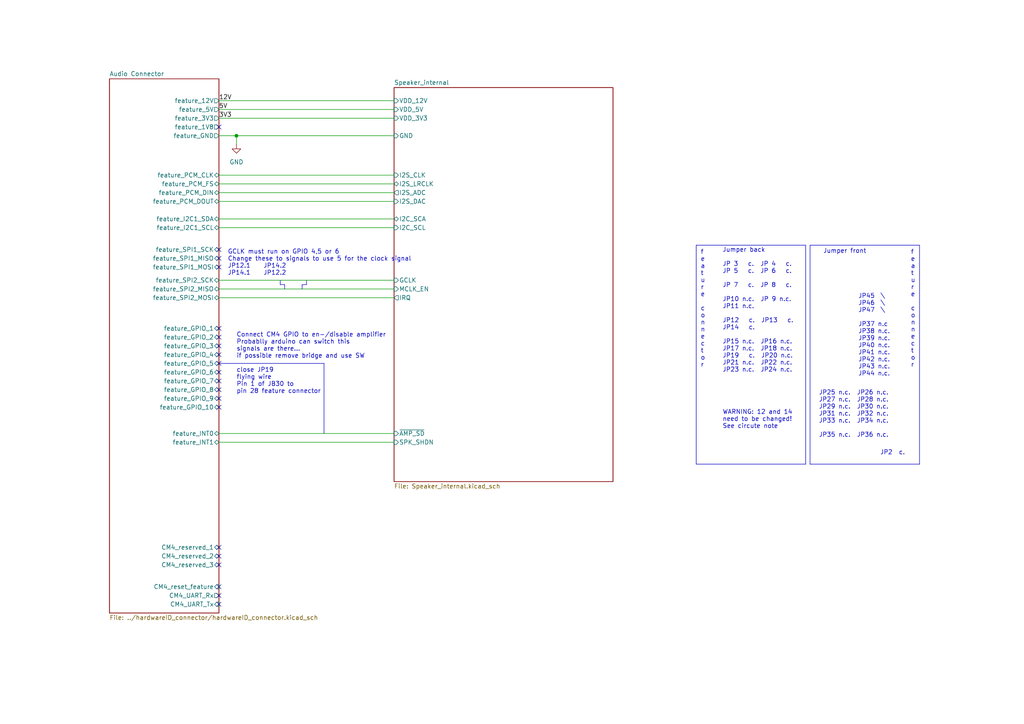
<source format=kicad_sch>
(kicad_sch (version 20230121) (generator eeschema)
  (paper "A4")
  (lib_symbols
    (symbol "power:GND" (power) (pin_names (offset 0))
      (property "Value" "GND" (at 0 -3.81 0))
      (symbol "GND_0_1"
        (polyline (pts (xy 0 0) (xy 0 -1.27) (xy 1.27 -1.27) (xy 0 -2.54) (xy -1.27 -1.27) (xy 0 -1.27)))
      )
      (symbol "GND_1_1"
        (pin power_in line (at 0 0 270) (length 0) hide (name "GND") (number "1"))
      )
    )
  )
  (junction (at 68.58 39.37))
  (no_connect (at 63.5 74.93))
  (no_connect (at 63.5 172.72))
  (no_connect (at 63.5 77.47))
  (no_connect (at 63.5 72.39))
  (no_connect (at 63.5 36.83))
  (no_connect (at 63.5 95.25))
  (no_connect (at 63.5 97.79))
  (no_connect (at 63.5 100.33))
  (no_connect (at 63.5 102.87))
  (no_connect (at 63.5 105.41))
  (no_connect (at 63.5 107.95))
  (no_connect (at 63.5 110.49))
  (no_connect (at 63.5 113.03))
  (no_connect (at 63.5 115.57))
  (no_connect (at 63.5 118.11))
  (no_connect (at 63.5 175.26))
  (no_connect (at 63.5 170.18))
  (no_connect (at 63.5 158.75))
  (no_connect (at 63.5 163.83))
  (no_connect (at 63.5 161.29))
  (wire (pts (xy 68.58 41.91) (xy 68.58 39.37)))
  (polyline (pts (xy 201.93 71.12) (xy 201.93 134.62)))
  (wire (pts (xy 63.5 128.27) (xy 114.3 128.27)))
  (polyline (pts (xy 234.95 71.12) (xy 266.7 71.12)))
  (wire (pts (xy 63.5 63.5) (xy 114.3 63.5)))
  (polyline (pts (xy 81.28 82.55) (xy 82.55 82.55)))
  (wire (pts (xy 63.5 86.36) (xy 114.3 86.36)))
  (polyline (pts (xy 93.98 105.41) (xy 93.98 125.73)))
  (wire (pts (xy 63.5 39.37) (xy 68.58 39.37)))
  (polyline (pts (xy 87.63 82.55) (xy 88.9 82.55)))
  (wire (pts (xy 63.5 55.88) (xy 114.3 55.88)))
  (polyline (pts (xy 82.55 82.55) (xy 82.55 83.82)))
  (wire (pts (xy 63.5 50.8) (xy 114.3 50.8)))
  (wire (pts (xy 63.5 66.04) (xy 114.3 66.04)))
  (wire (pts (xy 68.58 39.37) (xy 114.3 39.37)))
  (polyline (pts (xy 88.9 81.28) (xy 88.9 82.55)))
  (wire (pts (xy 63.5 125.73) (xy 114.3 125.73)))
  (polyline (pts (xy 87.63 83.82) (xy 87.63 82.55)))
  (wire (pts (xy 63.5 58.42) (xy 114.3 58.42)))
  (polyline (pts (xy 201.93 134.62) (xy 233.68 134.62)))
  (wire (pts (xy 63.5 81.28) (xy 114.3 81.28)))
  (wire (pts (xy 63.5 34.29) (xy 114.3 34.29)))
  (wire (pts (xy 63.5 83.82) (xy 114.3 83.82)))
  (polyline (pts (xy 201.93 71.12) (xy 233.68 71.12)))
  (polyline (pts (xy 81.28 81.28) (xy 81.28 82.55)))
  (wire (pts (xy 63.5 53.34) (xy 114.3 53.34)))
  (polyline (pts (xy 234.95 134.62) (xy 266.7 134.62)))
  (wire (pts (xy 63.5 31.75) (xy 114.3 31.75)))
  (polyline (pts (xy 266.7 134.62) (xy 266.7 71.12)))
  (polyline (pts (xy 234.95 71.12) (xy 234.95 134.62)))
  (polyline (pts (xy 63.5 105.41) (xy 93.98 105.41)))
  (polyline (pts (xy 233.68 134.62) (xy 233.68 71.12)))
  (wire (pts (xy 63.5 29.21) (xy 114.3 29.21)))
  (text "f\ne\na\nt\nu\nr\ne\n\nc\no\nn\nn\ne\nc\nt\no\nr" (at 264.16 106.68 0) (effects (font (size 1.27 1.27)) (justify left bottom)))
  (text "JP45  \\\nJP46  \\\nJP47  \\\n\nJP37 n.c\nJP38 n.c.\nJP39 n.c.\nJP40 n.c.\nJP41 n.c.\nJP42 n.c.\nJP43 n.c.\nJP44 n.c." (at 248.92 109.22 0) (effects (font (size 1.27 1.27)) (justify left bottom)))
  (text "Connect CM4 GPIO to en-/disable amplifier\nProbablly arduino can switch this\nsignals are there... \nif possible remove bridge and use SW\n\nclose JP19\nflying wire\nPin 1 of JB30 to\npin 28 feature connector" (at 68.58 114.3 0) (effects (font (size 1.27 1.27)) (justify left bottom)))
  (text "Jumper front" (at 238.76 73.66 0) (effects (font (size 1.27 1.27)) (justify left bottom)))
  (text "GCLK must run on GPIO 4,5 or 6\nChange these to signals to use 5 for the clock signal\nJP12.1    JP14.2\nJP14.1    JP12.2" (at 66.04 80.01 0) (effects (font (size 1.27 1.27)) (justify left bottom)))
  (text "Jumper back\n\nJP 3   c.  JP 4   c.\nJP 5   c.  JP 6   c.\n\nJP 7   c.  JP 8   c.\n\nJP10 n.c.  JP 9 n.c.\nJP11 n.c.\n\nJP12   c.  JP13   c.\nJP14   c.\n\nJP15 n.c.  JP16 n.c.\nJP17 n.c.  JP18 n.c.\nJP19   c.  JP20 n.c.\nJP21 n.c.  JP22 n.c.\nJP23 n.c.  JP24 n.c.\n\n\n\n\n\nWARNING: 12 and 14 \nneed to be changed!\nSee circute note" (at 209.55 124.46 0) (effects (font (size 1.27 1.27)) (justify left bottom)))
  (text "JP25 n.c.  JP26 n.c.\nJP27 n.c.  JP28 n.c.\nJP29 n.c.  JP30 n.c.\nJP31 n.c.  JP32 n.c.\nJP33 n.c.  JP34 n.c.\n\nJP35 n.c.  JP36 n.c." (at 237.49 127 0) (effects (font (size 1.27 1.27)) (justify left bottom)))
  (text "f\ne\na\nt\nu\nr\ne\n\nc\no\nn\nn\ne\nc\nt\no\nr" (at 203.2 106.68 0) (effects (font (size 1.27 1.27)) (justify left bottom)))
  (text "JP2  c." (at 255.27 132.08 0) (effects (font (size 1.27 1.27)) (justify left bottom)))
  (label "12V" (at 63.5 29.21 0))
  (label "5V" (at 63.5 31.75 0))
  (label "3V3" (at 63.5 34.29 0))
  (symbol (lib_id "power:GND") (at 68.58 41.91 0) (unit 1)
    (property "Reference" "#PWR013" (effects hide))
    (property "Value" "GND" (at 68.58 46.99 0))
  )
  (sheet (at 114.3 25.4) (size 63.5 114.3) (stroke (width 0.1524))
    (property "Sheetname" "Speaker_internal" (at 114.3 24.6884 0) (effects (justify left bottom)))
    (property "Sheetfile" "Speaker_internal.kicad_sch" (at 114.3 140.2846 0) (effects (justify left top)))
    (pin "VDD_12V" input (at 114.3 29.21 180))
    (pin "GND" input (at 114.3 39.37 180))
    (pin "VDD_5V" input (at 114.3 31.75 180))
    (pin "VDD_3V3" input (at 114.3 34.29 180))
    (pin "IRQ" output (at 114.3 86.36 180))
    (pin "I2C_SCA" bidirectional (at 114.3 63.5 180))
    (pin "I2S_ADC" output (at 114.3 55.88 180))
    (pin "I2S_DAC" input (at 114.3 58.42 180))
    (pin "I2S_CLK" input (at 114.3 50.8 180))
    (pin "I2S_LRCLK" bidirectional (at 114.3 53.34 180))
    (pin "I2C_SCL" input (at 114.3 66.04 180))
    (pin "GCLK" input (at 114.3 81.28 180))
    (pin "SPK_SHDN" input (at 114.3 128.27 180))
    (pin "MCLK_EN" input (at 114.3 83.82 180))
    (pin "~{AMP_SD}" input (at 114.3 125.73 180))
  )
  (sheet (at 31.75 22.86) (size 31.75 154.94) (stroke (width 0.1524))
    (property "Sheetname" "Audio Connector" (at 31.75 22.1484 0) (effects (justify left bottom)))
    (property "Sheetfile" "../hardwareID_connector/hardwareID_connector.kicad_sch" (at 31.75 178.3846 0) (effects (justify left top)))
    (pin "CM4_reset_feature" input (at 63.5 170.18 0))
    (pin "CM4_UART_Rx" output (at 63.5 172.72 0))
    (pin "CM4_UART_Tx" input (at 63.5 175.26 0))
    (pin "CM4_reserved_2" bidirectional (at 63.5 161.29 0))
    (pin "CM4_reserved_1" bidirectional (at 63.5 158.75 0))
    (pin "CM4_reserved_3" bidirectional (at 63.5 163.83 0))
    (pin "feature_SPI1_MOSI" bidirectional (at 63.5 77.47 0))
    (pin "feature_PCM_CLK" bidirectional (at 63.5 50.8 0))
    (pin "feature_PCM_FS" bidirectional (at 63.5 53.34 0))
    (pin "feature_1V8" output (at 63.5 36.83 0))
    (pin "feature_I2C1_SDA" bidirectional (at 63.5 63.5 0))
    (pin "feature_12V" output (at 63.5 29.21 0))
    (pin "feature_GND" output (at 63.5 39.37 0))
    (pin "feature_5V" output (at 63.5 31.75 0))
    (pin "feature_3V3" output (at 63.5 34.29 0))
    (pin "feature_INT1" bidirectional (at 63.5 128.27 0))
    (pin "feature_GPIO_8" bidirectional (at 63.5 113.03 0))
    (pin "feature_GPIO_10" bidirectional (at 63.5 118.11 0))
    (pin "feature_GPIO_9" bidirectional (at 63.5 115.57 0))
    (pin "feature_INT0" bidirectional (at 63.5 125.73 0))
    (pin "feature_SPI1_MISO" bidirectional (at 63.5 74.93 0))
    (pin "feature_SPI2_SCK" bidirectional (at 63.5 81.28 0))
    (pin "feature_SPI1_SCK" bidirectional (at 63.5 72.39 0))
    (pin "feature_PCM_DOUT" bidirectional (at 63.5 58.42 0))
    (pin "feature_SPI2_MISO" bidirectional (at 63.5 83.82 0))
    (pin "feature_I2C1_SCL" bidirectional (at 63.5 66.04 0))
    (pin "feature_PCM_DIN" bidirectional (at 63.5 55.88 0))
    (pin "feature_SPI2_MOSI" bidirectional (at 63.5 86.36 0))
    (pin "feature_GPIO_7" bidirectional (at 63.5 110.49 0))
    (pin "feature_GPIO_6" bidirectional (at 63.5 107.95 0))
    (pin "feature_GPIO_4" bidirectional (at 63.5 102.87 0))
    (pin "feature_GPIO_3" bidirectional (at 63.5 100.33 0))
    (pin "feature_GPIO_2" bidirectional (at 63.5 97.79 0))
    (pin "feature_GPIO_5" bidirectional (at 63.5 105.41 0))
    (pin "feature_GPIO_1" bidirectional (at 63.5 95.25 0))
  )
)
</source>
